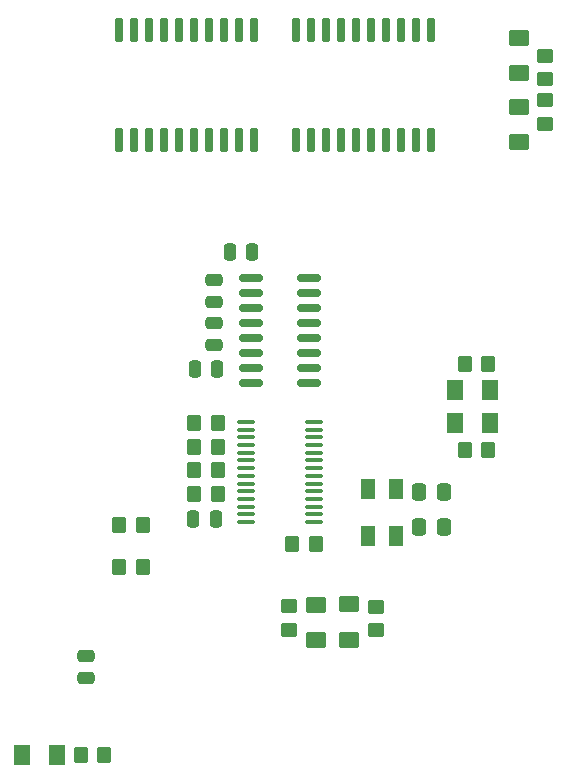
<source format=gbr>
%TF.GenerationSoftware,KiCad,Pcbnew,9.0.0*%
%TF.CreationDate,2025-04-07T11:56:22-06:00*%
%TF.ProjectId,Senior Capstone,53656e69-6f72-4204-9361-7073746f6e65,4*%
%TF.SameCoordinates,Original*%
%TF.FileFunction,Paste,Top*%
%TF.FilePolarity,Positive*%
%FSLAX46Y46*%
G04 Gerber Fmt 4.6, Leading zero omitted, Abs format (unit mm)*
G04 Created by KiCad (PCBNEW 9.0.0) date 2025-04-07 11:56:22*
%MOMM*%
%LPD*%
G01*
G04 APERTURE LIST*
G04 Aperture macros list*
%AMRoundRect*
0 Rectangle with rounded corners*
0 $1 Rounding radius*
0 $2 $3 $4 $5 $6 $7 $8 $9 X,Y pos of 4 corners*
0 Add a 4 corners polygon primitive as box body*
4,1,4,$2,$3,$4,$5,$6,$7,$8,$9,$2,$3,0*
0 Add four circle primitives for the rounded corners*
1,1,$1+$1,$2,$3*
1,1,$1+$1,$4,$5*
1,1,$1+$1,$6,$7*
1,1,$1+$1,$8,$9*
0 Add four rect primitives between the rounded corners*
20,1,$1+$1,$2,$3,$4,$5,0*
20,1,$1+$1,$4,$5,$6,$7,0*
20,1,$1+$1,$6,$7,$8,$9,0*
20,1,$1+$1,$8,$9,$2,$3,0*%
G04 Aperture macros list end*
%ADD10RoundRect,0.250000X-0.250000X-0.475000X0.250000X-0.475000X0.250000X0.475000X-0.250000X0.475000X0*%
%ADD11RoundRect,0.250000X-0.350000X-0.450000X0.350000X-0.450000X0.350000X0.450000X-0.350000X0.450000X0*%
%ADD12RoundRect,0.250000X0.475000X-0.250000X0.475000X0.250000X-0.475000X0.250000X-0.475000X-0.250000X0*%
%ADD13RoundRect,0.250001X-0.462499X-0.624999X0.462499X-0.624999X0.462499X0.624999X-0.462499X0.624999X0*%
%ADD14RoundRect,0.100000X-0.637500X-0.100000X0.637500X-0.100000X0.637500X0.100000X-0.637500X0.100000X0*%
%ADD15RoundRect,0.250000X0.250000X0.475000X-0.250000X0.475000X-0.250000X-0.475000X0.250000X-0.475000X0*%
%ADD16RoundRect,0.250001X0.462499X0.624999X-0.462499X0.624999X-0.462499X-0.624999X0.462499X-0.624999X0*%
%ADD17RoundRect,0.250000X0.350000X0.450000X-0.350000X0.450000X-0.350000X-0.450000X0.350000X-0.450000X0*%
%ADD18RoundRect,0.150000X-0.825000X-0.150000X0.825000X-0.150000X0.825000X0.150000X-0.825000X0.150000X0*%
%ADD19RoundRect,0.075000X-0.225000X0.955000X-0.225000X-0.955000X0.225000X-0.955000X0.225000X0.955000X0*%
%ADD20RoundRect,0.250000X-0.450000X0.350000X-0.450000X-0.350000X0.450000X-0.350000X0.450000X0.350000X0*%
%ADD21RoundRect,0.250001X0.624999X-0.462499X0.624999X0.462499X-0.624999X0.462499X-0.624999X-0.462499X0*%
%ADD22RoundRect,0.250000X0.450000X-0.350000X0.450000X0.350000X-0.450000X0.350000X-0.450000X-0.350000X0*%
%ADD23RoundRect,0.250000X-0.337500X-0.475000X0.337500X-0.475000X0.337500X0.475000X-0.337500X0.475000X0*%
%ADD24R,1.200000X1.800000*%
%ADD25RoundRect,0.250000X-0.475000X0.250000X-0.475000X-0.250000X0.475000X-0.250000X0.475000X0.250000X0*%
%ADD26RoundRect,0.250001X-0.624999X0.462499X-0.624999X-0.462499X0.624999X-0.462499X0.624999X0.462499X0*%
G04 APERTURE END LIST*
D10*
%TO.C,C6*%
X136288300Y-110500050D03*
X138188300Y-110500050D03*
%TD*%
D11*
%TO.C,R5*%
X136363300Y-108400050D03*
X138363300Y-108400050D03*
%TD*%
%TO.C,R2*%
X144638300Y-112675050D03*
X146638300Y-112675050D03*
%TD*%
D12*
%TO.C,C1*%
X138050300Y-92154450D03*
X138050300Y-90254450D03*
%TD*%
D11*
%TO.C,R3*%
X136363300Y-104400050D03*
X138363300Y-104400050D03*
%TD*%
D13*
%TO.C,D1*%
X121780000Y-130508450D03*
X124755000Y-130508450D03*
%TD*%
D14*
%TO.C,U2*%
X140763300Y-102325050D03*
X140763300Y-102975050D03*
X140763300Y-103625050D03*
X140763300Y-104275050D03*
X140763300Y-104925050D03*
X140763300Y-105575050D03*
X140763300Y-106225050D03*
X140763300Y-106875050D03*
X140763300Y-107525050D03*
X140763300Y-108175050D03*
X140763300Y-108825050D03*
X140763300Y-109475050D03*
X140763300Y-110125050D03*
X140763300Y-110775050D03*
X146488300Y-110775050D03*
X146488300Y-110125050D03*
X146488300Y-109475050D03*
X146488300Y-108825050D03*
X146488300Y-108175050D03*
X146488300Y-107525050D03*
X146488300Y-106875050D03*
X146488300Y-106225050D03*
X146488300Y-105575050D03*
X146488300Y-104925050D03*
X146488300Y-104275050D03*
X146488300Y-103625050D03*
X146488300Y-102975050D03*
X146488300Y-102325050D03*
%TD*%
D15*
%TO.C,C4*%
X141260900Y-87938050D03*
X139360900Y-87938050D03*
%TD*%
%TO.C,C3*%
X138314500Y-97869450D03*
X136414500Y-97869450D03*
%TD*%
D16*
%TO.C,D3*%
X161450800Y-102400050D03*
X158475800Y-102400050D03*
%TD*%
D11*
%TO.C,R14*%
X130000000Y-114604800D03*
X132000000Y-114604800D03*
%TD*%
D16*
%TO.C,D2*%
X161450800Y-99600050D03*
X158475800Y-99600050D03*
%TD*%
D17*
%TO.C,R4*%
X128759500Y-130483050D03*
X126759500Y-130483050D03*
%TD*%
D11*
%TO.C,R13*%
X130000000Y-111048800D03*
X132000000Y-111048800D03*
%TD*%
D18*
%TO.C,U1*%
X141150800Y-90105050D03*
X141150800Y-91375050D03*
X141150800Y-92645050D03*
X141150800Y-93915050D03*
X141150800Y-95185050D03*
X141150800Y-96455050D03*
X141150800Y-97725050D03*
X141150800Y-98995050D03*
X146100800Y-98995050D03*
X146100800Y-97725050D03*
X146100800Y-96455050D03*
X146100800Y-95185050D03*
X146100800Y-93915050D03*
X146100800Y-92645050D03*
X146100800Y-91375050D03*
X146100800Y-90105050D03*
%TD*%
D19*
%TO.C,U3*%
X156428300Y-69160050D03*
X155158300Y-69160050D03*
X153888300Y-69160050D03*
X152618300Y-69160050D03*
X151348300Y-69160050D03*
X150078300Y-69160050D03*
X148808300Y-69160050D03*
X147538300Y-69160050D03*
X146268300Y-69160050D03*
X144998300Y-69160050D03*
X144998300Y-78440050D03*
X146268300Y-78440050D03*
X147538300Y-78440050D03*
X148808300Y-78440050D03*
X150078300Y-78440050D03*
X151348300Y-78440050D03*
X152618300Y-78440050D03*
X153888300Y-78440050D03*
X155158300Y-78440050D03*
X156428300Y-78440050D03*
%TD*%
D20*
%TO.C,R12*%
X166074500Y-75087650D03*
X166074500Y-77087650D03*
%TD*%
D19*
%TO.C,U4*%
X141428300Y-69160050D03*
X140158300Y-69160050D03*
X138888300Y-69160050D03*
X137618300Y-69160050D03*
X136348300Y-69160050D03*
X135078300Y-69160050D03*
X133808300Y-69160050D03*
X132538300Y-69160050D03*
X131268300Y-69160050D03*
X129998300Y-69160050D03*
X129998300Y-78440050D03*
X131268300Y-78440050D03*
X132538300Y-78440050D03*
X133808300Y-78440050D03*
X135078300Y-78440050D03*
X136348300Y-78440050D03*
X137618300Y-78440050D03*
X138888300Y-78440050D03*
X140158300Y-78440050D03*
X141428300Y-78440050D03*
%TD*%
D11*
%TO.C,R6*%
X136363300Y-106400050D03*
X138363300Y-106400050D03*
%TD*%
D21*
%TO.C,D6*%
X163831300Y-72737750D03*
X163831300Y-69762750D03*
%TD*%
D22*
%TO.C,R10*%
X144374900Y-119900650D03*
X144374900Y-117900650D03*
%TD*%
D17*
%TO.C,R7*%
X161275300Y-97386850D03*
X159275300Y-97386850D03*
%TD*%
D21*
%TO.C,D4*%
X149513300Y-120737550D03*
X149513300Y-117762550D03*
%TD*%
D23*
%TO.C,C7*%
X155401100Y-108204000D03*
X157476100Y-108204000D03*
%TD*%
D17*
%TO.C,R8*%
X161275300Y-104651250D03*
X159275300Y-104651250D03*
%TD*%
D21*
%TO.C,D5*%
X146713300Y-120787550D03*
X146713300Y-117812550D03*
%TD*%
D24*
%TO.C,Y1*%
X151073000Y-107982000D03*
X151073000Y-111982000D03*
X153473000Y-111982000D03*
X153473000Y-107982000D03*
%TD*%
D22*
%TO.C,R9*%
X151791700Y-119965750D03*
X151791700Y-117965750D03*
%TD*%
D12*
%TO.C,C2*%
X138075700Y-95807050D03*
X138075700Y-93907050D03*
%TD*%
D11*
%TO.C,R1*%
X136363300Y-102400050D03*
X138363300Y-102400050D03*
%TD*%
D25*
%TO.C,C5*%
X127177800Y-122113000D03*
X127177800Y-124013000D03*
%TD*%
D26*
%TO.C,D7*%
X163856700Y-75644450D03*
X163856700Y-78619450D03*
%TD*%
D22*
%TO.C,R11*%
X166074500Y-73307650D03*
X166074500Y-71307650D03*
%TD*%
D23*
%TO.C,C8*%
X155401100Y-111214000D03*
X157476100Y-111214000D03*
%TD*%
M02*

</source>
